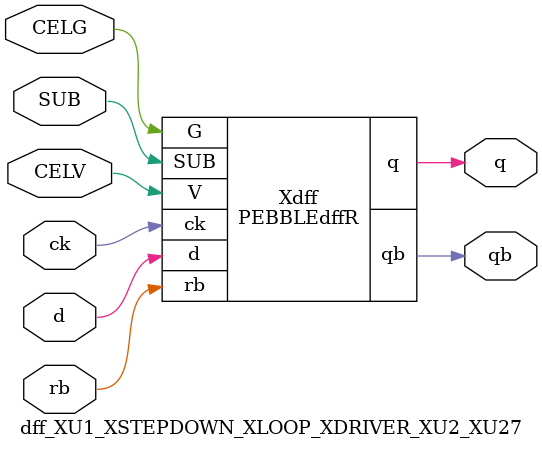
<source format=v>



module PEBBLEdffR ( q, qb, G, SUB, V, ck, d, rb );

  input V;
  output q;
  input rb;
  input d;
  input G;
  input ck;
  input SUB;
  output qb;
endmodule

//Celera Confidential Do Not Copy dff_XU1_XSTEPDOWN_XLOOP_XDRIVER_XU2_XU27
//Celera Confidential Symbol Generator
//DFF latch
module dff_XU1_XSTEPDOWN_XLOOP_XDRIVER_XU2_XU27 (CELV,CELG,d,rb,ck,q,qb,SUB );
input CELV;
input CELG;
input d;
input rb;
input ck;
input SUB;
output q;
output qb;

//Celera Confidential Do Not Copy dff
PEBBLEdffR Xdff(
.V (CELV),
.d (d),
.rb (rb),
.ck (ck),
.q (q),
.qb (qb),
.SUB (SUB),
.G (CELG)
);
//,diesize,PEBBLEdffR

//Celera Confidential Do Not Copy Module End
//Celera Schematic Generator
endmodule

</source>
